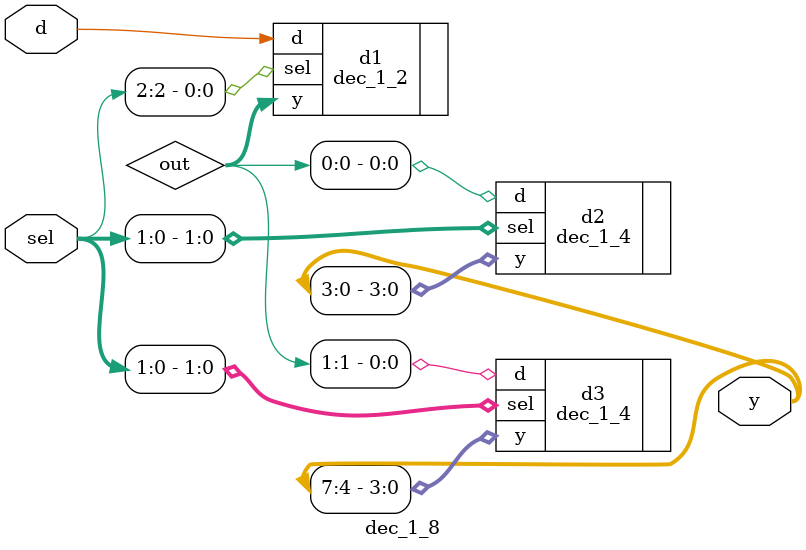
<source format=sv>
`timescale 1ns/10ps

module dec_1_8 (d, sel, y);
	input logic d;
	input logic [2:0] sel;
	output logic [7:0] y;
	
	logic [1:0] out;
	
	dec_1_2 d1 (.d(d), .sel(sel[2]), .y(out));
	dec_1_4 d2 (.d(out[0]), .sel(sel[1:0]), .y(y[3:0]));
	dec_1_4 d3 (.d(out[1]), .sel(sel[1:0]), .y(y[7:4]));
	
endmodule

</source>
